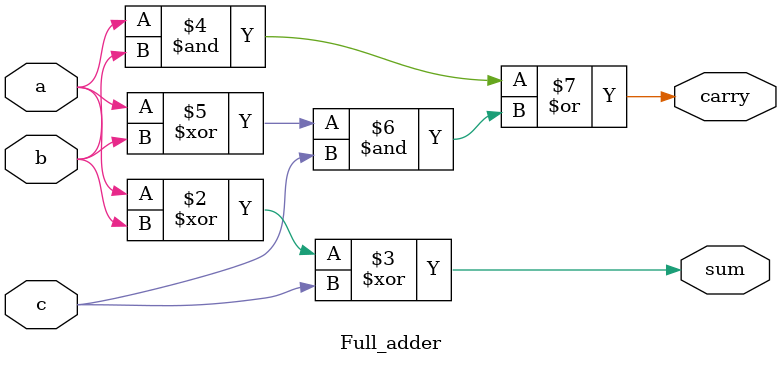
<source format=v>
module adder_4bit(
  input [3:0]a,b,
  input cin,
  output  [3:0] sum,
  output  carry
);
  wire c0,c1,c2;
  
  Full_adder F1(a[0],b[0],cin,sum[0],c0);
  Full_adder F2(a[1],b[1],c0,sum[1],c1);
  Full_adder F3(a[2],b[2],c1,sum[2],c2);
  Full_adder F4(a[3],b[3],c2,sum[3],carry);
  
endmodule
  
module Full_adder(
  input a,b,c,
  output reg sum,carry
);
  
  always@(*)begin
    sum=a^b^c;
    carry=(a&b)|((a^b)&c);
  end
endmodule
  
  
</source>
